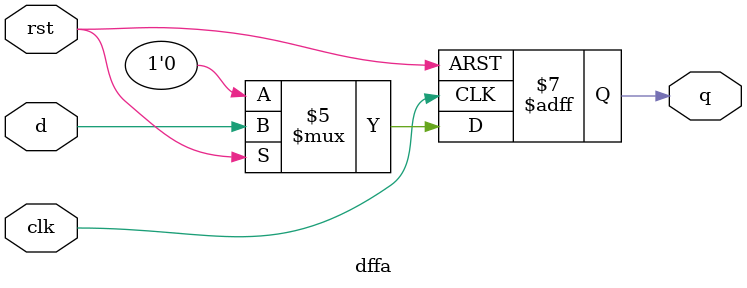
<source format=v>


`timescale 1ns/10ps

module dffa (
    q,
    d,
    clk,
    rst
);


output q;
reg q;
input d;
input clk;
input rst;




always @(posedge clk, negedge rst) begin: DFFA_LOGIC
    if (rst == 0) begin
        q <= 0;
    end
    else begin
        if ((rst == 0)) begin
            q <= 0;
        end
        else begin
            q <= d;
        end
    end
end

endmodule

</source>
